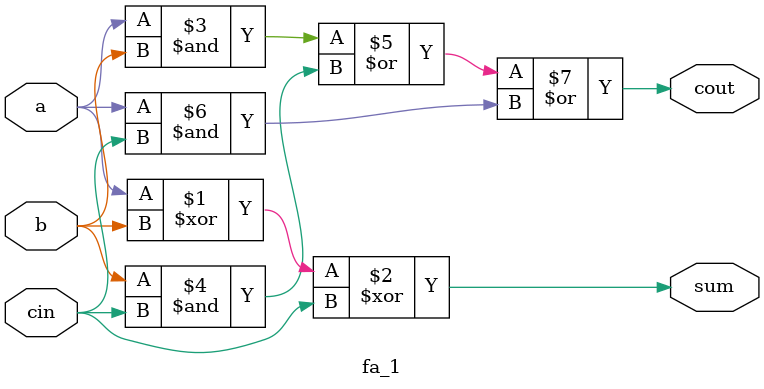
<source format=v>
`timescale 1ns / 1ps


module fa_1(
    input  a,
    input  b,
    input  cin,
    output sum,
    output cout
    );
    
    assign sum  = a ^ b ^ cin;
    assign cout = (a & b) | (b & cin) | (a & cin);
endmodule

</source>
